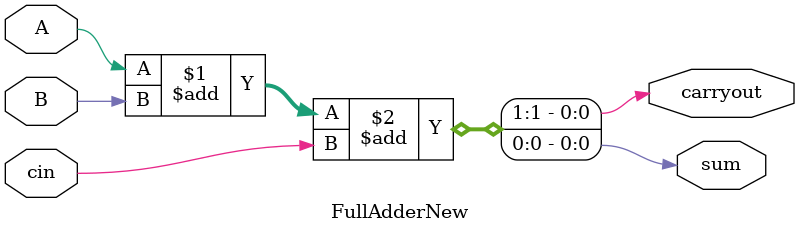
<source format=v>
`timescale 1ns / 1ps



module FullAdderNew (input A,B,cin,output sum,carryout );

assign {carryout,sum}=A+B+cin;

endmodule

</source>
